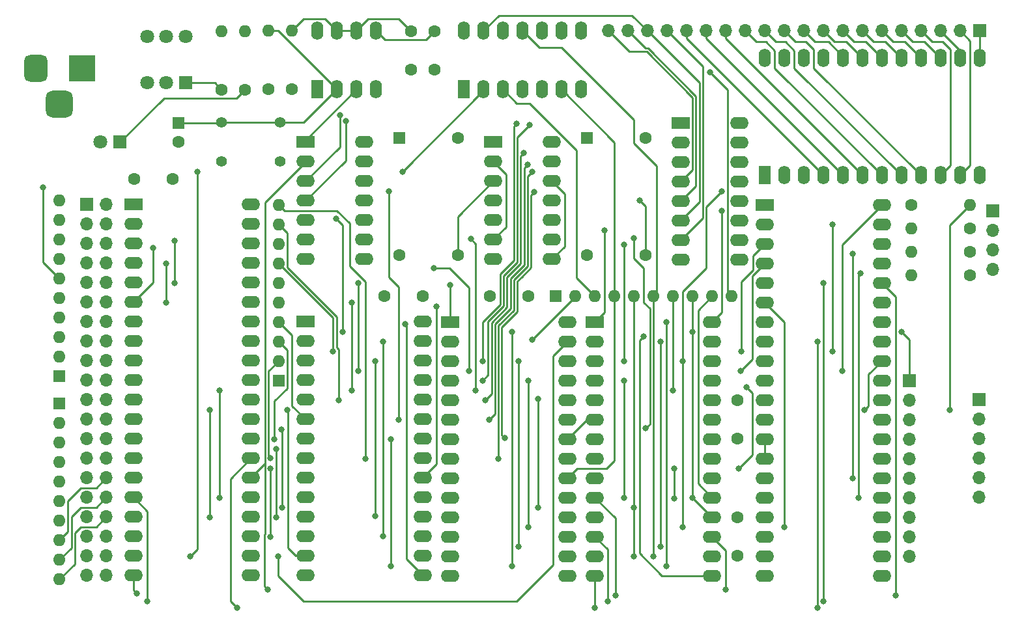
<source format=gbr>
%TF.GenerationSoftware,KiCad,Pcbnew,7.0.8*%
%TF.CreationDate,2023-10-16T15:40:52-04:00*%
%TF.ProjectId,jml-8-mini,6a6d6c2d-382d-46d6-996e-692e6b696361,rev?*%
%TF.SameCoordinates,Original*%
%TF.FileFunction,Copper,L1,Top*%
%TF.FilePolarity,Positive*%
%FSLAX46Y46*%
G04 Gerber Fmt 4.6, Leading zero omitted, Abs format (unit mm)*
G04 Created by KiCad (PCBNEW 7.0.8) date 2023-10-16 15:40:52*
%MOMM*%
%LPD*%
G01*
G04 APERTURE LIST*
G04 Aperture macros list*
%AMRoundRect*
0 Rectangle with rounded corners*
0 $1 Rounding radius*
0 $2 $3 $4 $5 $6 $7 $8 $9 X,Y pos of 4 corners*
0 Add a 4 corners polygon primitive as box body*
4,1,4,$2,$3,$4,$5,$6,$7,$8,$9,$2,$3,0*
0 Add four circle primitives for the rounded corners*
1,1,$1+$1,$2,$3*
1,1,$1+$1,$4,$5*
1,1,$1+$1,$6,$7*
1,1,$1+$1,$8,$9*
0 Add four rect primitives between the rounded corners*
20,1,$1+$1,$2,$3,$4,$5,0*
20,1,$1+$1,$4,$5,$6,$7,0*
20,1,$1+$1,$6,$7,$8,$9,0*
20,1,$1+$1,$8,$9,$2,$3,0*%
G04 Aperture macros list end*
%TA.AperFunction,ComponentPad*%
%ADD10C,1.600000*%
%TD*%
%TA.AperFunction,ComponentPad*%
%ADD11O,1.600000X1.600000*%
%TD*%
%TA.AperFunction,ComponentPad*%
%ADD12R,2.400000X1.600000*%
%TD*%
%TA.AperFunction,ComponentPad*%
%ADD13O,2.400000X1.600000*%
%TD*%
%TA.AperFunction,ComponentPad*%
%ADD14R,1.600000X1.600000*%
%TD*%
%TA.AperFunction,ComponentPad*%
%ADD15R,1.800000X1.800000*%
%TD*%
%TA.AperFunction,ComponentPad*%
%ADD16C,1.800000*%
%TD*%
%TA.AperFunction,ComponentPad*%
%ADD17R,1.600000X2.400000*%
%TD*%
%TA.AperFunction,ComponentPad*%
%ADD18O,1.600000X2.400000*%
%TD*%
%TA.AperFunction,ComponentPad*%
%ADD19R,1.700000X1.700000*%
%TD*%
%TA.AperFunction,ComponentPad*%
%ADD20O,1.700000X1.700000*%
%TD*%
%TA.AperFunction,ComponentPad*%
%ADD21C,1.397000*%
%TD*%
%TA.AperFunction,ComponentPad*%
%ADD22R,3.500000X3.500000*%
%TD*%
%TA.AperFunction,ComponentPad*%
%ADD23RoundRect,0.750000X-0.750000X-1.000000X0.750000X-1.000000X0.750000X1.000000X-0.750000X1.000000X0*%
%TD*%
%TA.AperFunction,ComponentPad*%
%ADD24RoundRect,0.875000X-0.875000X-0.875000X0.875000X-0.875000X0.875000X0.875000X-0.875000X0.875000X0*%
%TD*%
%TA.AperFunction,ViaPad*%
%ADD25C,0.800000*%
%TD*%
%TA.AperFunction,Conductor*%
%ADD26C,0.250000*%
%TD*%
G04 APERTURE END LIST*
D10*
%TO.P,R1,1*%
%TO.N,/Peripherals/UART_Tx*%
X212979000Y-80137000D03*
D11*
%TO.P,R1,2*%
%TO.N,/Peripherals/RxDA*%
X205359000Y-80137000D03*
%TD*%
D12*
%TO.P,U1,1,A11*%
%TO.N,/A11*%
X104262000Y-77059000D03*
D13*
%TO.P,U1,2,A12*%
%TO.N,/A12*%
X104262000Y-79599000D03*
%TO.P,U1,3,A13*%
%TO.N,/A13*%
X104262000Y-82139000D03*
%TO.P,U1,4,A14*%
%TO.N,/A14*%
X104262000Y-84679000D03*
%TO.P,U1,5,A15*%
%TO.N,/A15*%
X104262000Y-87219000D03*
%TO.P,U1,6,~{CLK}*%
%TO.N,/CLK*%
X104262000Y-89759000D03*
%TO.P,U1,7,D4*%
%TO.N,/D4*%
X104262000Y-92299000D03*
%TO.P,U1,8,D3*%
%TO.N,/D3*%
X104262000Y-94839000D03*
%TO.P,U1,9,D5*%
%TO.N,/D5*%
X104262000Y-97379000D03*
%TO.P,U1,10,D6*%
%TO.N,/D6*%
X104262000Y-99919000D03*
%TO.P,U1,11,VCC*%
%TO.N,+5V*%
X104262000Y-102459000D03*
%TO.P,U1,12,D2*%
%TO.N,/D2*%
X104262000Y-104999000D03*
%TO.P,U1,13,D7*%
%TO.N,/D7*%
X104262000Y-107539000D03*
%TO.P,U1,14,D0*%
%TO.N,/D0*%
X104262000Y-110079000D03*
%TO.P,U1,15,D1*%
%TO.N,/D1*%
X104262000Y-112619000D03*
%TO.P,U1,16,~{INT}*%
%TO.N,/~{INT}*%
X104262000Y-115159000D03*
%TO.P,U1,17,~{NMI}*%
%TO.N,/~{NMI}*%
X104262000Y-117699000D03*
%TO.P,U1,18,~{HALT}*%
%TO.N,/~{HALT}*%
X104262000Y-120239000D03*
%TO.P,U1,19,~{MREQ}*%
%TO.N,/~{MREQ}*%
X104262000Y-122779000D03*
%TO.P,U1,20,~{IORQ}*%
%TO.N,/~{IORQ}*%
X104262000Y-125319000D03*
%TO.P,U1,21,~{RD}*%
%TO.N,/~{RD}*%
X119502000Y-125319000D03*
%TO.P,U1,22,~{WR}*%
%TO.N,/~{WR}*%
X119502000Y-122779000D03*
%TO.P,U1,23,~{BUSACK}*%
%TO.N,/~{BUSACK}*%
X119502000Y-120239000D03*
%TO.P,U1,24,~{WAIT}*%
%TO.N,/~{WAIT}*%
X119502000Y-117699000D03*
%TO.P,U1,25,~{BUSRQ}*%
%TO.N,/~{BUSRQ}*%
X119502000Y-115159000D03*
%TO.P,U1,26,~{RESET}*%
%TO.N,/~{RESET}*%
X119502000Y-112619000D03*
%TO.P,U1,27,~{M1}*%
%TO.N,/~{M1}*%
X119502000Y-110079000D03*
%TO.P,U1,28,~{RFSH}*%
%TO.N,/~{RFSH}*%
X119502000Y-107539000D03*
%TO.P,U1,29,GND*%
%TO.N,GND*%
X119502000Y-104999000D03*
%TO.P,U1,30,A0*%
%TO.N,/A0*%
X119502000Y-102459000D03*
%TO.P,U1,31,A1*%
%TO.N,/A1*%
X119502000Y-99919000D03*
%TO.P,U1,32,A2*%
%TO.N,/A2*%
X119502000Y-97379000D03*
%TO.P,U1,33,A3*%
%TO.N,/A3*%
X119502000Y-94839000D03*
%TO.P,U1,34,A4*%
%TO.N,/A4*%
X119502000Y-92299000D03*
%TO.P,U1,35,A5*%
%TO.N,/A5*%
X119502000Y-89759000D03*
%TO.P,U1,36,A6*%
%TO.N,/A6*%
X119502000Y-87219000D03*
%TO.P,U1,37,A7*%
%TO.N,/A7*%
X119502000Y-84679000D03*
%TO.P,U1,38,A8*%
%TO.N,/A8*%
X119502000Y-82139000D03*
%TO.P,U1,39,A9*%
%TO.N,/A9*%
X119502000Y-79599000D03*
%TO.P,U1,40,A10*%
%TO.N,/A10*%
X119502000Y-77059000D03*
%TD*%
D14*
%TO.P,X2,1,EN*%
%TO.N,unconnected-(X2-EN-Pad1)*%
X163190000Y-68423000D03*
D10*
%TO.P,X2,7,GND*%
%TO.N,GND*%
X163190000Y-83663000D03*
%TO.P,X2,8,OUT*%
%TO.N,/Power\u002C Clock and Reset/2.4576MHz*%
X170810000Y-83663000D03*
%TO.P,X2,14,Vcc*%
%TO.N,+5V*%
X170810000Y-68423000D03*
%TD*%
D12*
%TO.P,U8,1,~{EN}*%
%TO.N,GND*%
X175382000Y-66421000D03*
D13*
%TO.P,U8,2,A*%
%TO.N,/A2*%
X175382000Y-68961000D03*
%TO.P,U8,3,B*%
%TO.N,/A3*%
X175382000Y-71501000D03*
%TO.P,U8,4,~{Q0}*%
%TO.N,/Address Decoding/Q0*%
X175382000Y-74041000D03*
%TO.P,U8,5,~{Q1}*%
%TO.N,/Address Decoding/Q1*%
X175382000Y-76581000D03*
%TO.P,U8,6,~{Q2}*%
%TO.N,/Address Decoding/Q2*%
X175382000Y-79121000D03*
%TO.P,U8,7,~{Q3}*%
%TO.N,/Address Decoding/Q3*%
X175382000Y-81661000D03*
%TO.P,U8,8,GND*%
%TO.N,GND*%
X175382000Y-84201000D03*
%TO.P,U8,9,~{Q3}*%
%TO.N,unconnected-(U8B-~{Q3}-Pad9)*%
X183002000Y-84201000D03*
%TO.P,U8,10,~{Q2}*%
%TO.N,unconnected-(U8B-~{Q2}-Pad10)*%
X183002000Y-81661000D03*
%TO.P,U8,11,~{Q1}*%
%TO.N,unconnected-(U8B-~{Q1}-Pad11)*%
X183002000Y-79121000D03*
%TO.P,U8,12,~{Q0}*%
%TO.N,unconnected-(U8B-~{Q0}-Pad12)*%
X183002000Y-76581000D03*
%TO.P,U8,13,B*%
%TO.N,GND*%
X183002000Y-74041000D03*
%TO.P,U8,14,A*%
X183002000Y-71501000D03*
%TO.P,U8,15,~{EN}*%
%TO.N,+5V*%
X183002000Y-68961000D03*
%TO.P,U8,16,VCC*%
X183002000Y-66421000D03*
%TD*%
D15*
%TO.P,D1,1,K*%
%TO.N,/Power\u002C Clock and Reset/LED_TO_R*%
X102489000Y-68931000D03*
D16*
%TO.P,D1,2,A*%
%TO.N,+5V*%
X99949000Y-68931000D03*
%TD*%
D17*
%TO.P,U11,1,GND*%
%TO.N,GND*%
X128148000Y-62073000D03*
D18*
%TO.P,U11,2,TR*%
%TO.N,/Power\u002C Clock and Reset/555Trigger*%
X130688000Y-62073000D03*
%TO.P,U11,3,Q*%
%TO.N,/Power\u002C Clock and Reset/555Out*%
X133228000Y-62073000D03*
%TO.P,U11,4,R*%
%TO.N,+5V*%
X135768000Y-62073000D03*
%TO.P,U11,5,CV*%
%TO.N,/Power\u002C Clock and Reset/555Control*%
X135768000Y-54453000D03*
%TO.P,U11,6,THR*%
%TO.N,/Power\u002C Clock and Reset/555Dis{slash}Thr*%
X133228000Y-54453000D03*
%TO.P,U11,7,DIS*%
X130688000Y-54453000D03*
%TO.P,U11,8,VCC*%
%TO.N,+5V*%
X128148000Y-54453000D03*
%TD*%
D12*
%TO.P,U3,1,A14*%
%TO.N,/A14*%
X145410000Y-92314000D03*
D13*
%TO.P,U3,2,A12*%
%TO.N,/A12*%
X145410000Y-94854000D03*
%TO.P,U3,3,A7*%
%TO.N,/A7*%
X145410000Y-97394000D03*
%TO.P,U3,4,A6*%
%TO.N,/A6*%
X145410000Y-99934000D03*
%TO.P,U3,5,A5*%
%TO.N,/A5*%
X145410000Y-102474000D03*
%TO.P,U3,6,A4*%
%TO.N,/A4*%
X145410000Y-105014000D03*
%TO.P,U3,7,A3*%
%TO.N,/A3*%
X145410000Y-107554000D03*
%TO.P,U3,8,A2*%
%TO.N,/A2*%
X145410000Y-110094000D03*
%TO.P,U3,9,A1*%
%TO.N,/A1*%
X145410000Y-112634000D03*
%TO.P,U3,10,A0*%
%TO.N,/A0*%
X145410000Y-115174000D03*
%TO.P,U3,11,D0*%
%TO.N,/D0*%
X145410000Y-117714000D03*
%TO.P,U3,12,D1*%
%TO.N,/D1*%
X145410000Y-120254000D03*
%TO.P,U3,13,D2*%
%TO.N,/D2*%
X145410000Y-122794000D03*
%TO.P,U3,14,GND*%
%TO.N,GND*%
X145410000Y-125334000D03*
%TO.P,U3,15,D3*%
%TO.N,/D3*%
X160650000Y-125334000D03*
%TO.P,U3,16,D4*%
%TO.N,/D4*%
X160650000Y-122794000D03*
%TO.P,U3,17,D5*%
%TO.N,/D5*%
X160650000Y-120254000D03*
%TO.P,U3,18,D6*%
%TO.N,/D6*%
X160650000Y-117714000D03*
%TO.P,U3,19,D7*%
%TO.N,/D7*%
X160650000Y-115174000D03*
%TO.P,U3,20,~{CE}*%
%TO.N,/~{RAM}*%
X160650000Y-112634000D03*
%TO.P,U3,21,A10*%
%TO.N,/A10*%
X160650000Y-110094000D03*
%TO.P,U3,22,~{OE}*%
%TO.N,/~{RD}*%
X160650000Y-107554000D03*
%TO.P,U3,23,A11*%
%TO.N,/A11*%
X160650000Y-105014000D03*
%TO.P,U3,24,A9*%
%TO.N,/A9*%
X160650000Y-102474000D03*
%TO.P,U3,25,A8*%
%TO.N,/A8*%
X160650000Y-99934000D03*
%TO.P,U3,26,A13*%
%TO.N,/A13*%
X160650000Y-97394000D03*
%TO.P,U3,27,~{WE}*%
%TO.N,/~{WR}*%
X160650000Y-94854000D03*
%TO.P,U3,28,VCC*%
%TO.N,+5V*%
X160650000Y-92314000D03*
%TD*%
D14*
%TO.P,RN3,1,common*%
%TO.N,+5V*%
X123108000Y-99949000D03*
D11*
%TO.P,RN3,2,R1*%
%TO.N,/A2*%
X123108000Y-97409000D03*
%TO.P,RN3,3,R2*%
%TO.N,/A3*%
X123108000Y-94869000D03*
%TO.P,RN3,4,R3*%
%TO.N,/A4*%
X123108000Y-92329000D03*
%TO.P,RN3,5,R4*%
%TO.N,/A5*%
X123108000Y-89789000D03*
%TO.P,RN3,6,R5*%
%TO.N,/A6*%
X123108000Y-87249000D03*
%TO.P,RN3,7,R6*%
%TO.N,/A7*%
X123108000Y-84709000D03*
%TO.P,RN3,8,R7*%
%TO.N,/A8*%
X123108000Y-82169000D03*
%TO.P,RN3,9,R8*%
%TO.N,/A9*%
X123108000Y-79629000D03*
%TO.P,RN3,10,R9*%
%TO.N,/A10*%
X123108000Y-77089000D03*
%TD*%
D10*
%TO.P,C5,1*%
%TO.N,+5V*%
X155530000Y-88997000D03*
%TO.P,C5,2*%
%TO.N,GND*%
X150530000Y-88997000D03*
%TD*%
%TO.P,R4,1*%
%TO.N,+5V*%
X205359000Y-77089000D03*
D11*
%TO.P,R4,2*%
%TO.N,/Peripherals/RxDA*%
X212979000Y-77089000D03*
%TD*%
D10*
%TO.P,C2,1*%
%TO.N,/Power\u002C Clock and Reset/555Dis{slash}Thr*%
X140330000Y-54503000D03*
%TO.P,C2,2*%
%TO.N,GND*%
X140330000Y-59503000D03*
%TD*%
D14*
%TO.P,RN4,1,common*%
%TO.N,+5V*%
X159126000Y-88997000D03*
D11*
%TO.P,RN4,2,R1*%
%TO.N,/~{ROM WE}*%
X161666000Y-88997000D03*
%TO.P,RN4,3,R2*%
%TO.N,/~{ROM}*%
X164206000Y-88997000D03*
%TO.P,RN4,4,R3*%
%TO.N,/~{RAM}*%
X166746000Y-88997000D03*
%TO.P,RN4,5,R4*%
%TO.N,/CTC IEI*%
X169286000Y-88997000D03*
%TO.P,RN4,6,R5*%
%TO.N,/~{CTC}*%
X171826000Y-88997000D03*
%TO.P,RN4,7,R6*%
%TO.N,/~{SIO SYNCA}*%
X174366000Y-88997000D03*
%TO.P,RN4,8,R7*%
%TO.N,/A0*%
X176906000Y-88997000D03*
%TO.P,RN4,9,R8*%
%TO.N,/A1*%
X179446000Y-88997000D03*
%TO.P,RN4,10,R9*%
%TO.N,/~{SIO}*%
X181986000Y-88997000D03*
%TD*%
D17*
%TO.P,U7,1,~{LE}*%
%TO.N,GND*%
X186304000Y-73249000D03*
D18*
%TO.P,U7,2,A0*%
%TO.N,/A4*%
X188844000Y-73249000D03*
%TO.P,U7,3,A1*%
%TO.N,/A5*%
X191384000Y-73249000D03*
%TO.P,U7,4,Y7*%
%TO.N,/Address Decoding/Y7*%
X193924000Y-73249000D03*
%TO.P,U7,5,Y6*%
%TO.N,/Address Decoding/Y6*%
X196464000Y-73249000D03*
%TO.P,U7,6,Y5*%
%TO.N,/Address Decoding/Y5*%
X199004000Y-73249000D03*
%TO.P,U7,7,Y4*%
%TO.N,/Address Decoding/Y4*%
X201544000Y-73249000D03*
%TO.P,U7,8,Y3*%
%TO.N,/Address Decoding/Y3*%
X204084000Y-73249000D03*
%TO.P,U7,9,Y1*%
%TO.N,/Address Decoding/Y1*%
X206624000Y-73249000D03*
%TO.P,U7,10,Y2*%
%TO.N,/Address Decoding/Y2*%
X209164000Y-73249000D03*
%TO.P,U7,11,Y0*%
%TO.N,/Address Decoding/Y0*%
X211704000Y-73249000D03*
%TO.P,U7,12,GND*%
%TO.N,GND*%
X214244000Y-73249000D03*
%TO.P,U7,13,Y13*%
%TO.N,/Address Decoding/Y13*%
X214244000Y-58009000D03*
%TO.P,U7,14,Y12*%
%TO.N,/Address Decoding/Y12*%
X211704000Y-58009000D03*
%TO.P,U7,15,Y15*%
%TO.N,/Address Decoding/Y15*%
X209164000Y-58009000D03*
%TO.P,U7,16,Y14*%
%TO.N,/Address Decoding/Y14*%
X206624000Y-58009000D03*
%TO.P,U7,17,Y9*%
%TO.N,/Address Decoding/Y9*%
X204084000Y-58009000D03*
%TO.P,U7,18,Y8*%
%TO.N,/Address Decoding/Y8*%
X201544000Y-58009000D03*
%TO.P,U7,19,Y11*%
%TO.N,/Address Decoding/Y11*%
X199004000Y-58009000D03*
%TO.P,U7,20,Y10*%
%TO.N,/Address Decoding/Y10*%
X196464000Y-58009000D03*
%TO.P,U7,21,A2*%
%TO.N,/A6*%
X193924000Y-58009000D03*
%TO.P,U7,22,A3*%
%TO.N,/A7*%
X191384000Y-58009000D03*
%TO.P,U7,23,~{E}*%
%TO.N,GND*%
X188844000Y-58009000D03*
%TO.P,U7,24,VCC*%
%TO.N,+5V*%
X186304000Y-58009000D03*
%TD*%
D12*
%TO.P,U5,1,D1*%
%TO.N,/D1*%
X186299000Y-77064000D03*
D13*
%TO.P,U5,2,D3*%
%TO.N,/D3*%
X186299000Y-79604000D03*
%TO.P,U5,3,D5*%
%TO.N,/D5*%
X186299000Y-82144000D03*
%TO.P,U5,4,D7*%
%TO.N,/D7*%
X186299000Y-84684000D03*
%TO.P,U5,5,~{INT}*%
%TO.N,/~{INT}*%
X186299000Y-87224000D03*
%TO.P,U5,6,IEI*%
%TO.N,/Peripherals/SIO_IEI*%
X186299000Y-89764000D03*
%TO.P,U5,7,IE0*%
%TO.N,/Peripherals/SIO_IEO*%
X186299000Y-92304000D03*
%TO.P,U5,8,~{M1}*%
%TO.N,/~{M1}*%
X186299000Y-94844000D03*
%TO.P,U5,9,VCC*%
%TO.N,+5V*%
X186299000Y-97384000D03*
%TO.P,U5,10,~{W}/~{RDYA}*%
%TO.N,unconnected-(U5-~{W}{slash}~{RDYA}-Pad10)*%
X186299000Y-99924000D03*
%TO.P,U5,11,~{SYNCA}*%
%TO.N,/~{SIO SYNCA}*%
X186299000Y-102464000D03*
%TO.P,U5,12,RxDA*%
%TO.N,/Peripherals/RxDA*%
X186299000Y-105004000D03*
%TO.P,U5,13,~{RxCA}*%
%TO.N,/Peripherals/SIO_UART_CLK*%
X186299000Y-107544000D03*
%TO.P,U5,14,~{TxCA}*%
X186299000Y-110084000D03*
%TO.P,U5,15,TxDA*%
%TO.N,/Peripherals/TxDA*%
X186299000Y-112624000D03*
%TO.P,U5,16,~{DTRA}*%
%TO.N,/Peripherals/~{DTRA}*%
X186299000Y-115164000D03*
%TO.P,U5,17,~{RTSA}*%
%TO.N,unconnected-(U5-~{RTSA}-Pad17)*%
X186299000Y-117704000D03*
%TO.P,U5,18,~{CTSA}*%
%TO.N,GND*%
X186299000Y-120244000D03*
%TO.P,U5,19,~{DCDA}*%
X186299000Y-122784000D03*
%TO.P,U5,20,CLK*%
%TO.N,/CLK*%
X186299000Y-125324000D03*
%TO.P,U5,21,~{RESET}*%
%TO.N,/~{RESET}*%
X201539000Y-125324000D03*
%TO.P,U5,22,~{DCDB}*%
%TO.N,/Peripherals/~{DCDB}*%
X201539000Y-122784000D03*
%TO.P,U5,23,~{CTSB}*%
%TO.N,/Peripherals/~{CTSB}*%
X201539000Y-120244000D03*
%TO.P,U5,24,~{RTSB}*%
%TO.N,/Peripherals/~{RTSB}*%
X201539000Y-117704000D03*
%TO.P,U5,25,~{DTRB}*%
%TO.N,/Peripherals/~{DTRB}*%
X201539000Y-115164000D03*
%TO.P,U5,26,TxDB*%
%TO.N,/Peripherals/TxDB*%
X201539000Y-112624000D03*
%TO.P,U5,27,~{RxTxCB}*%
%TO.N,/Peripherals/~{RxTxCB}*%
X201539000Y-110084000D03*
%TO.P,U5,28,RxDB*%
%TO.N,/Peripherals/RxDB*%
X201539000Y-107544000D03*
%TO.P,U5,29,~{SYNCB}*%
%TO.N,/Peripherals/~{SYNCB}*%
X201539000Y-105004000D03*
%TO.P,U5,30,~{W}/~{RDYB}*%
%TO.N,/Peripherals/~{W}{slash}~{RDYB}*%
X201539000Y-102464000D03*
%TO.P,U5,31,GND*%
%TO.N,GND*%
X201539000Y-99924000D03*
%TO.P,U5,32,~{RD}*%
%TO.N,/~{RD}*%
X201539000Y-97384000D03*
%TO.P,U5,33,C/~{D}*%
%TO.N,/A0*%
X201539000Y-94844000D03*
%TO.P,U5,34,B/~{A}*%
%TO.N,/A1*%
X201539000Y-92304000D03*
%TO.P,U5,35,~{CE}*%
%TO.N,/~{SIO}*%
X201539000Y-89764000D03*
%TO.P,U5,36,~{IORQ}*%
%TO.N,/~{IORQ}*%
X201539000Y-87224000D03*
%TO.P,U5,37,D6*%
%TO.N,/D6*%
X201539000Y-84684000D03*
%TO.P,U5,38,D4*%
%TO.N,/D4*%
X201539000Y-82144000D03*
%TO.P,U5,39,D2*%
%TO.N,/D2*%
X201539000Y-79604000D03*
%TO.P,U5,40,D0*%
%TO.N,/D0*%
X201539000Y-77064000D03*
%TD*%
D14*
%TO.P,RN2,1,common*%
%TO.N,+5V*%
X94610000Y-99411000D03*
D11*
%TO.P,RN2,2,R1*%
%TO.N,/D6*%
X94610000Y-96871000D03*
%TO.P,RN2,3,R2*%
%TO.N,/D5*%
X94610000Y-94331000D03*
%TO.P,RN2,4,R3*%
%TO.N,/D3*%
X94610000Y-91791000D03*
%TO.P,RN2,5,R4*%
%TO.N,/D4*%
X94610000Y-89251000D03*
%TO.P,RN2,6,R5*%
%TO.N,/A15*%
X94610000Y-86711000D03*
%TO.P,RN2,7,R6*%
%TO.N,/A14*%
X94610000Y-84171000D03*
%TO.P,RN2,8,R7*%
%TO.N,/A13*%
X94610000Y-81631000D03*
%TO.P,RN2,9,R8*%
%TO.N,/A12*%
X94610000Y-79091000D03*
%TO.P,RN2,10,R9*%
%TO.N,/A11*%
X94610000Y-76551000D03*
%TD*%
D10*
%TO.P,C4,1*%
%TO.N,+5V*%
X141814000Y-88997000D03*
%TO.P,C4,2*%
%TO.N,GND*%
X136814000Y-88997000D03*
%TD*%
D17*
%TO.P,U9,1*%
%TO.N,/A15*%
X147183000Y-62073000D03*
D18*
%TO.P,U9,2*%
%TO.N,/~{MREQ}*%
X149723000Y-62073000D03*
%TO.P,U9,3*%
%TO.N,/~{ROM}*%
X152263000Y-62073000D03*
%TO.P,U9,4*%
%TO.N,/~{MREQ}*%
X154803000Y-62073000D03*
%TO.P,U9,5*%
%TO.N,/Address Decoding/~{A15}*%
X157343000Y-62073000D03*
%TO.P,U9,6*%
%TO.N,/~{RAM}*%
X159883000Y-62073000D03*
%TO.P,U9,7,GND*%
%TO.N,GND*%
X162423000Y-62073000D03*
%TO.P,U9,8*%
%TO.N,/~{SIO}*%
X162423000Y-54453000D03*
%TO.P,U9,9*%
%TO.N,/Address Decoding/Y0*%
X159883000Y-54453000D03*
%TO.P,U9,10*%
%TO.N,/Address Decoding/Q1*%
X157343000Y-54453000D03*
%TO.P,U9,11*%
%TO.N,/~{CTC}*%
X154803000Y-54453000D03*
%TO.P,U9,12*%
%TO.N,/Address Decoding/Y0*%
X152263000Y-54453000D03*
%TO.P,U9,13*%
%TO.N,/Address Decoding/Q2*%
X149723000Y-54453000D03*
%TO.P,U9,14,VCC*%
%TO.N,+5V*%
X147183000Y-54453000D03*
%TD*%
D19*
%TO.P,J2,1,Pin_1*%
%TO.N,/Peripherals/SIO_IEO*%
X205105000Y-99949000D03*
D20*
%TO.P,J2,2,Pin_2*%
%TO.N,/Peripherals/~{W}{slash}~{RDYB}*%
X205105000Y-102489000D03*
%TO.P,J2,3,Pin_3*%
%TO.N,/Peripherals/~{SYNCB}*%
X205105000Y-105029000D03*
%TO.P,J2,4,Pin_4*%
%TO.N,/Peripherals/RxDB*%
X205105000Y-107569000D03*
%TO.P,J2,5,Pin_5*%
%TO.N,/Peripherals/~{RxTxCB}*%
X205105000Y-110109000D03*
%TO.P,J2,6,Pin_6*%
%TO.N,/Peripherals/TxDB*%
X205105000Y-112649000D03*
%TO.P,J2,7,Pin_7*%
%TO.N,/Peripherals/~{DTRB}*%
X205105000Y-115189000D03*
%TO.P,J2,8,Pin_8*%
%TO.N,/Peripherals/~{RTSB}*%
X205105000Y-117729000D03*
%TO.P,J2,9,Pin_9*%
%TO.N,/Peripherals/~{CTSB}*%
X205105000Y-120269000D03*
%TO.P,J2,10,Pin_10*%
%TO.N,/Peripherals/~{DCDB}*%
X205105000Y-122809000D03*
%TD*%
D21*
%TO.P,SW1,1,1*%
%TO.N,GND*%
X123312000Y-71471000D03*
X115692000Y-71471000D03*
%TO.P,SW1,2,2*%
%TO.N,/Power\u002C Clock and Reset/555Trigger*%
X123312000Y-66391000D03*
X115692000Y-66391000D03*
%TD*%
D10*
%TO.P,R2,1*%
%TO.N,/Peripherals/UART_Rx*%
X212979000Y-83185000D03*
D11*
%TO.P,R2,2*%
%TO.N,/Peripherals/TxDA*%
X205359000Y-83185000D03*
%TD*%
D12*
%TO.P,U4,1,D4*%
%TO.N,/D4*%
X164206000Y-92314000D03*
D13*
%TO.P,U4,2,D5*%
%TO.N,/D5*%
X164206000Y-94854000D03*
%TO.P,U4,3,D6*%
%TO.N,/D6*%
X164206000Y-97394000D03*
%TO.P,U4,4,D7*%
%TO.N,/D7*%
X164206000Y-99934000D03*
%TO.P,U4,5,GND*%
%TO.N,GND*%
X164206000Y-102474000D03*
%TO.P,U4,6,~{RD}*%
%TO.N,/~{RD}*%
X164206000Y-105014000D03*
%TO.P,U4,7,ZC/TO0*%
%TO.N,/Peripherals/SIO_UART_CLK*%
X164206000Y-107554000D03*
%TO.P,U4,8,ZC/TO1*%
%TO.N,/Peripherals/ZC{slash}TO1*%
X164206000Y-110094000D03*
%TO.P,U4,9,ZC/TO2*%
%TO.N,/Peripherals/ZC{slash}TO2*%
X164206000Y-112634000D03*
%TO.P,U4,10,~{IORQ}*%
%TO.N,/~{IORQ}*%
X164206000Y-115174000D03*
%TO.P,U4,11,IEO*%
%TO.N,/Peripherals/SIO_IEI*%
X164206000Y-117714000D03*
%TO.P,U4,12,~{INT}*%
%TO.N,/~{INT}*%
X164206000Y-120254000D03*
%TO.P,U4,13,IEI*%
%TO.N,/CTC IEI*%
X164206000Y-122794000D03*
%TO.P,U4,14,~{M1}*%
%TO.N,/~{M1}*%
X164206000Y-125334000D03*
%TO.P,U4,15,CLK*%
%TO.N,/CLK*%
X179446000Y-125334000D03*
%TO.P,U4,16,~{CE}*%
%TO.N,/~{CTC}*%
X179446000Y-122794000D03*
%TO.P,U4,17,~{RESET}*%
%TO.N,/~{RESET}*%
X179446000Y-120254000D03*
%TO.P,U4,18,~{CS0}*%
%TO.N,/A0*%
X179446000Y-117714000D03*
%TO.P,U4,19,CS1*%
%TO.N,/A1*%
X179446000Y-115174000D03*
%TO.P,U4,20,CLK/TRG3*%
%TO.N,/Peripherals/CLK{slash}TRG3*%
X179446000Y-112634000D03*
%TO.P,U4,21,CLK/TRG2*%
%TO.N,/Peripherals/CLK{slash}TRG2*%
X179446000Y-110094000D03*
%TO.P,U4,22,CLK/TRG1*%
%TO.N,/Peripherals/CLK{slash}TRG1*%
X179446000Y-107554000D03*
%TO.P,U4,23,CLK/TRG0*%
%TO.N,/Peripherals/UART CLK*%
X179446000Y-105014000D03*
%TO.P,U4,24,VCC*%
%TO.N,+5V*%
X179446000Y-102474000D03*
%TO.P,U4,25,D0*%
%TO.N,/D0*%
X179446000Y-99934000D03*
%TO.P,U4,26,D1*%
%TO.N,/D1*%
X179446000Y-97394000D03*
%TO.P,U4,27,D2*%
%TO.N,/D2*%
X179446000Y-94854000D03*
%TO.P,U4,28,D3*%
%TO.N,/D3*%
X179446000Y-92314000D03*
%TD*%
D19*
%TO.P,J6,1,Pin_1*%
%TO.N,/A11*%
X98166000Y-77059000D03*
D20*
%TO.P,J6,2,Pin_2*%
%TO.N,/A10*%
X100706000Y-77059000D03*
%TO.P,J6,3,Pin_3*%
%TO.N,/A12*%
X98166000Y-79599000D03*
%TO.P,J6,4,Pin_4*%
%TO.N,/A9*%
X100706000Y-79599000D03*
%TO.P,J6,5,Pin_5*%
%TO.N,/A13*%
X98166000Y-82139000D03*
%TO.P,J6,6,Pin_6*%
%TO.N,/A8*%
X100706000Y-82139000D03*
%TO.P,J6,7,Pin_7*%
%TO.N,/A14*%
X98166000Y-84679000D03*
%TO.P,J6,8,Pin_8*%
%TO.N,/A7*%
X100706000Y-84679000D03*
%TO.P,J6,9,Pin_9*%
%TO.N,/A15*%
X98166000Y-87219000D03*
%TO.P,J6,10,Pin_10*%
%TO.N,/A6*%
X100706000Y-87219000D03*
%TO.P,J6,11,Pin_11*%
%TO.N,/CLK*%
X98166000Y-89759000D03*
%TO.P,J6,12,Pin_12*%
%TO.N,/A5*%
X100706000Y-89759000D03*
%TO.P,J6,13,Pin_13*%
%TO.N,/D4*%
X98166000Y-92299000D03*
%TO.P,J6,14,Pin_14*%
%TO.N,/A4*%
X100706000Y-92299000D03*
%TO.P,J6,15,Pin_15*%
%TO.N,/D3*%
X98166000Y-94839000D03*
%TO.P,J6,16,Pin_16*%
%TO.N,/A3*%
X100706000Y-94839000D03*
%TO.P,J6,17,Pin_17*%
%TO.N,/D5*%
X98166000Y-97379000D03*
%TO.P,J6,18,Pin_18*%
%TO.N,/A2*%
X100706000Y-97379000D03*
%TO.P,J6,19,Pin_19*%
%TO.N,/D6*%
X98166000Y-99919000D03*
%TO.P,J6,20,Pin_20*%
%TO.N,/A1*%
X100706000Y-99919000D03*
%TO.P,J6,21,Pin_21*%
%TO.N,+5V*%
X98166000Y-102459000D03*
%TO.P,J6,22,Pin_22*%
%TO.N,/A0*%
X100706000Y-102459000D03*
%TO.P,J6,23,Pin_23*%
%TO.N,/D2*%
X98166000Y-104999000D03*
%TO.P,J6,24,Pin_24*%
%TO.N,GND*%
X100706000Y-104999000D03*
%TO.P,J6,25,Pin_25*%
%TO.N,/D7*%
X98166000Y-107539000D03*
%TO.P,J6,26,Pin_26*%
%TO.N,/~{RFSH}*%
X100706000Y-107539000D03*
%TO.P,J6,27,Pin_27*%
%TO.N,/D0*%
X98166000Y-110079000D03*
%TO.P,J6,28,Pin_28*%
%TO.N,/~{M1}*%
X100706000Y-110079000D03*
%TO.P,J6,29,Pin_29*%
%TO.N,/D1*%
X98166000Y-112619000D03*
%TO.P,J6,30,Pin_30*%
%TO.N,/~{RESET}*%
X100706000Y-112619000D03*
%TO.P,J6,31,Pin_31*%
%TO.N,/~{INT}*%
X98166000Y-115159000D03*
%TO.P,J6,32,Pin_32*%
%TO.N,/~{BUSRQ}*%
X100706000Y-115159000D03*
%TO.P,J6,33,Pin_33*%
%TO.N,/~{NMI}*%
X98166000Y-117699000D03*
%TO.P,J6,34,Pin_34*%
%TO.N,/~{WAIT}*%
X100706000Y-117699000D03*
%TO.P,J6,35,Pin_35*%
%TO.N,/~{HALT}*%
X98166000Y-120239000D03*
%TO.P,J6,36,Pin_36*%
%TO.N,/~{BUSACK}*%
X100706000Y-120239000D03*
%TO.P,J6,37,Pin_37*%
%TO.N,/~{MREQ}*%
X98166000Y-122779000D03*
%TO.P,J6,38,Pin_38*%
%TO.N,/~{WR}*%
X100706000Y-122779000D03*
%TO.P,J6,39,Pin_39*%
%TO.N,/~{IORQ}*%
X98166000Y-125319000D03*
%TO.P,J6,40,Pin_40*%
%TO.N,/~{RD}*%
X100706000Y-125319000D03*
%TD*%
D22*
%TO.P,J1,1*%
%TO.N,/Power\u002C Clock and Reset/PWR_IN*%
X97567000Y-59309000D03*
D23*
%TO.P,J1,2*%
%TO.N,GND*%
X91567000Y-59309000D03*
D24*
%TO.P,J1,3,MountPin*%
X94567000Y-64009000D03*
%TD*%
D15*
%TO.P,SW2,1,A*%
%TO.N,/Power\u002C Clock and Reset/SW_TO_R*%
X110998000Y-61214000D03*
D16*
%TO.P,SW2,2,B*%
%TO.N,+5V*%
X108498000Y-61214000D03*
%TO.P,SW2,3,C*%
%TO.N,/Power\u002C Clock and Reset/PWR_IN*%
X105998000Y-61214000D03*
%TO.P,SW2,4,A*%
%TO.N,unconnected-(SW2-A-Pad4)*%
X110998000Y-55214000D03*
%TO.P,SW2,5,B*%
%TO.N,unconnected-(SW2-B-Pad5)*%
X108498000Y-55214000D03*
%TO.P,SW2,6,C*%
%TO.N,unconnected-(SW2-C-Pad6)*%
X105998000Y-55214000D03*
%TD*%
D10*
%TO.P,R8,1*%
%TO.N,/Power\u002C Clock and Reset/SW_TO_R*%
X115697000Y-62083000D03*
D11*
%TO.P,R8,2*%
%TO.N,GND*%
X115697000Y-54463000D03*
%TD*%
D10*
%TO.P,C8,1*%
%TO.N,+5V*%
X109302000Y-73757000D03*
%TO.P,C8,2*%
%TO.N,GND*%
X104302000Y-73757000D03*
%TD*%
%TO.P,R6,1*%
%TO.N,+5V*%
X121788000Y-62073000D03*
D11*
%TO.P,R6,2*%
%TO.N,/Power\u002C Clock and Reset/555Trigger*%
X121788000Y-54453000D03*
%TD*%
D19*
%TO.P,J5,1,Pin_1*%
%TO.N,/Address Decoding/Y13*%
X214244000Y-54453000D03*
D20*
%TO.P,J5,2,Pin_2*%
%TO.N,/Address Decoding/Y0*%
X211704000Y-54453000D03*
%TO.P,J5,3,Pin_3*%
%TO.N,/Address Decoding/Y12*%
X209164000Y-54453000D03*
%TO.P,J5,4,Pin_4*%
%TO.N,/Address Decoding/Y2*%
X206624000Y-54453000D03*
%TO.P,J5,5,Pin_5*%
%TO.N,/Address Decoding/Y15*%
X204084000Y-54453000D03*
%TO.P,J5,6,Pin_6*%
%TO.N,/Address Decoding/Y14*%
X201544000Y-54453000D03*
%TO.P,J5,7,Pin_7*%
%TO.N,/Address Decoding/Y9*%
X199004000Y-54453000D03*
%TO.P,J5,8,Pin_8*%
%TO.N,/Address Decoding/Y8*%
X196464000Y-54453000D03*
%TO.P,J5,9,Pin_9*%
%TO.N,/Address Decoding/Y11*%
X193924000Y-54453000D03*
%TO.P,J5,10,Pin_10*%
%TO.N,/Address Decoding/Y10*%
X191384000Y-54453000D03*
%TO.P,J5,11,Pin_11*%
%TO.N,/Address Decoding/Y1*%
X188844000Y-54453000D03*
%TO.P,J5,12,Pin_12*%
%TO.N,/Address Decoding/Y3*%
X186304000Y-54453000D03*
%TO.P,J5,13,Pin_13*%
%TO.N,/Address Decoding/Y4*%
X183764000Y-54453000D03*
%TO.P,J5,14,Pin_14*%
%TO.N,/Address Decoding/Y5*%
X181224000Y-54453000D03*
%TO.P,J5,15,Pin_15*%
%TO.N,/Address Decoding/Y6*%
X178684000Y-54453000D03*
%TO.P,J5,16,Pin_16*%
%TO.N,/Address Decoding/Y7*%
X176144000Y-54453000D03*
%TO.P,J5,17,Pin_17*%
%TO.N,/Address Decoding/Q3*%
X173604000Y-54453000D03*
%TO.P,J5,18,Pin_18*%
%TO.N,/Address Decoding/Q2*%
X171064000Y-54453000D03*
%TO.P,J5,19,Pin_19*%
%TO.N,/Address Decoding/Q1*%
X168524000Y-54453000D03*
%TO.P,J5,20,Pin_20*%
%TO.N,/Address Decoding/Q0*%
X165984000Y-54453000D03*
%TD*%
D10*
%TO.P,R5,1*%
%TO.N,+5V*%
X124836000Y-62073000D03*
D11*
%TO.P,R5,2*%
%TO.N,/Power\u002C Clock and Reset/555Dis{slash}Thr*%
X124836000Y-54453000D03*
%TD*%
D10*
%TO.P,R7,1*%
%TO.N,/Power\u002C Clock and Reset/LED_TO_R*%
X118740000Y-62083000D03*
D11*
%TO.P,R7,2*%
%TO.N,GND*%
X118740000Y-54463000D03*
%TD*%
D14*
%TO.P,C3,1*%
%TO.N,/Power\u002C Clock and Reset/555Trigger*%
X110109000Y-66421000D03*
D10*
%TO.P,C3,2*%
%TO.N,GND*%
X110109000Y-68921000D03*
%TD*%
D14*
%TO.P,RN1,1,common*%
%TO.N,+5V*%
X94610000Y-102967000D03*
D11*
%TO.P,RN1,2,R1*%
%TO.N,/D2*%
X94610000Y-105507000D03*
%TO.P,RN1,3,R2*%
%TO.N,/D7*%
X94610000Y-108047000D03*
%TO.P,RN1,4,R3*%
%TO.N,/D0*%
X94610000Y-110587000D03*
%TO.P,RN1,5,R4*%
%TO.N,/D1*%
X94610000Y-113127000D03*
%TO.P,RN1,6,R5*%
%TO.N,/~{INT}*%
X94610000Y-115667000D03*
%TO.P,RN1,7,R6*%
%TO.N,/~{NMI}*%
X94610000Y-118207000D03*
%TO.P,RN1,8,R7*%
%TO.N,/~{RESET}*%
X94610000Y-120747000D03*
%TO.P,RN1,9,R8*%
%TO.N,/~{BUSRQ}*%
X94610000Y-123287000D03*
%TO.P,RN1,10,R9*%
%TO.N,/~{WAIT}*%
X94610000Y-125827000D03*
%TD*%
D10*
%TO.P,C1,1*%
%TO.N,GND*%
X143378000Y-59503000D03*
%TO.P,C1,2*%
%TO.N,/Power\u002C Clock and Reset/555Control*%
X143378000Y-54503000D03*
%TD*%
%TO.P,C6,1*%
%TO.N,+5V*%
X182753000Y-122769000D03*
%TO.P,C6,2*%
%TO.N,GND*%
X182753000Y-117769000D03*
%TD*%
D12*
%TO.P,U2,1,NC*%
%TO.N,unconnected-(U2-NC-Pad1)*%
X126609000Y-92299000D03*
D13*
%TO.P,U2,2,A12*%
%TO.N,/A12*%
X126609000Y-94839000D03*
%TO.P,U2,3,A7*%
%TO.N,/A7*%
X126609000Y-97379000D03*
%TO.P,U2,4,A6*%
%TO.N,/A6*%
X126609000Y-99919000D03*
%TO.P,U2,5,A5*%
%TO.N,/A5*%
X126609000Y-102459000D03*
%TO.P,U2,6,A4*%
%TO.N,/A4*%
X126609000Y-104999000D03*
%TO.P,U2,7,A3*%
%TO.N,/A3*%
X126609000Y-107539000D03*
%TO.P,U2,8,A2*%
%TO.N,/A2*%
X126609000Y-110079000D03*
%TO.P,U2,9,A1*%
%TO.N,/A1*%
X126609000Y-112619000D03*
%TO.P,U2,10,A0*%
%TO.N,/A0*%
X126609000Y-115159000D03*
%TO.P,U2,11,D0*%
%TO.N,/D0*%
X126609000Y-117699000D03*
%TO.P,U2,12,D1*%
%TO.N,/D1*%
X126609000Y-120239000D03*
%TO.P,U2,13,D2*%
%TO.N,/D2*%
X126609000Y-122779000D03*
%TO.P,U2,14,GND*%
%TO.N,GND*%
X126609000Y-125319000D03*
%TO.P,U2,15,D3*%
%TO.N,/D3*%
X141849000Y-125319000D03*
%TO.P,U2,16,D4*%
%TO.N,/D4*%
X141849000Y-122779000D03*
%TO.P,U2,17,D5*%
%TO.N,/D5*%
X141849000Y-120239000D03*
%TO.P,U2,18,D6*%
%TO.N,/D6*%
X141849000Y-117699000D03*
%TO.P,U2,19,D7*%
%TO.N,/D7*%
X141849000Y-115159000D03*
%TO.P,U2,20,~{CE}*%
%TO.N,/~{ROM}*%
X141849000Y-112619000D03*
%TO.P,U2,21,A10*%
%TO.N,/A10*%
X141849000Y-110079000D03*
%TO.P,U2,22,~{OE}*%
%TO.N,/~{RD}*%
X141849000Y-107539000D03*
%TO.P,U2,23,A11*%
%TO.N,/A11*%
X141849000Y-104999000D03*
%TO.P,U2,24,A9*%
%TO.N,/A9*%
X141849000Y-102459000D03*
%TO.P,U2,25,A8*%
%TO.N,/A8*%
X141849000Y-99919000D03*
%TO.P,U2,26,NC*%
%TO.N,unconnected-(U2-NC-Pad26)*%
X141849000Y-97379000D03*
%TO.P,U2,27,~{WE}*%
%TO.N,/~{ROM WE}*%
X141849000Y-94839000D03*
%TO.P,U2,28,VCC*%
%TO.N,+5V*%
X141849000Y-92299000D03*
%TD*%
D19*
%TO.P,J4,1,Pin_1*%
%TO.N,/Peripherals/ZC{slash}TO1*%
X214117000Y-102459000D03*
D20*
%TO.P,J4,2,Pin_2*%
%TO.N,/Peripherals/CLK{slash}TRG1*%
X214117000Y-104999000D03*
%TO.P,J4,3,Pin_3*%
%TO.N,/Peripherals/CLK{slash}TRG2*%
X214117000Y-107539000D03*
%TO.P,J4,4,Pin_4*%
%TO.N,/Peripherals/CLK{slash}TRG3*%
X214117000Y-110079000D03*
%TO.P,J4,5,Pin_5*%
%TO.N,/Peripherals/ZC{slash}TO2*%
X214117000Y-112619000D03*
%TO.P,J4,6,Pin_6*%
%TO.N,/CTC IEI*%
X214117000Y-115159000D03*
%TD*%
D10*
%TO.P,R3,1*%
%TO.N,/Peripherals/UART_CTS*%
X212979000Y-86233000D03*
D11*
%TO.P,R3,2*%
%TO.N,/Peripherals/~{DTRA}*%
X205359000Y-86233000D03*
%TD*%
D19*
%TO.P,J3,1,Pin_1*%
%TO.N,GND*%
X215970000Y-77851000D03*
D20*
%TO.P,J3,2,Pin_2*%
%TO.N,/Peripherals/UART_Tx*%
X215970000Y-80391000D03*
%TO.P,J3,3,Pin_3*%
%TO.N,/Peripherals/UART_Rx*%
X215970000Y-82931000D03*
%TO.P,J3,4,Pin_4*%
%TO.N,/Peripherals/UART_CTS*%
X215970000Y-85471000D03*
%TD*%
D10*
%TO.P,C7,1*%
%TO.N,+5V*%
X182748000Y-102539000D03*
%TO.P,C7,2*%
%TO.N,GND*%
X182748000Y-107539000D03*
%TD*%
D12*
%TO.P,U6,1*%
%TO.N,/Power\u002C Clock and Reset/555Out*%
X126614000Y-68931000D03*
D13*
%TO.P,U6,2*%
%TO.N,/~{RESET}*%
X126614000Y-71471000D03*
%TO.P,U6,3*%
%TO.N,/A15*%
X126614000Y-74011000D03*
%TO.P,U6,4*%
%TO.N,/Address Decoding/~{A15}*%
X126614000Y-76551000D03*
%TO.P,U6,5*%
%TO.N,GND*%
X126614000Y-79091000D03*
%TO.P,U6,6*%
%TO.N,unconnected-(U6-Pad6)*%
X126614000Y-81631000D03*
%TO.P,U6,7,GND*%
%TO.N,GND*%
X126614000Y-84171000D03*
%TO.P,U6,8*%
%TO.N,unconnected-(U6-Pad8)*%
X134234000Y-84171000D03*
%TO.P,U6,9*%
%TO.N,GND*%
X134234000Y-81631000D03*
%TO.P,U6,10*%
%TO.N,unconnected-(U6-Pad10)*%
X134234000Y-79091000D03*
%TO.P,U6,11*%
%TO.N,GND*%
X134234000Y-76551000D03*
%TO.P,U6,12*%
%TO.N,unconnected-(U6-Pad12)*%
X134234000Y-74011000D03*
%TO.P,U6,13*%
%TO.N,GND*%
X134234000Y-71471000D03*
%TO.P,U6,14,VCC*%
%TO.N,+5V*%
X134234000Y-68931000D03*
%TD*%
D14*
%TO.P,X1,1,EN*%
%TO.N,unconnected-(X1-EN-Pad1)*%
X138806000Y-68423000D03*
D10*
%TO.P,X1,7,GND*%
%TO.N,GND*%
X138806000Y-83663000D03*
%TO.P,X1,8,OUT*%
%TO.N,/Power\u002C Clock and Reset/8MHz*%
X146426000Y-83663000D03*
%TO.P,X1,14,Vcc*%
%TO.N,+5V*%
X146426000Y-68423000D03*
%TD*%
D12*
%TO.P,U10,1,~{R}*%
%TO.N,+5V*%
X151008000Y-68926000D03*
D13*
%TO.P,U10,2,D*%
%TO.N,/Power\u002C Clock and Reset/DFFA_DataIn*%
X151008000Y-71466000D03*
%TO.P,U10,3,C*%
%TO.N,/Power\u002C Clock and Reset/8MHz*%
X151008000Y-74006000D03*
%TO.P,U10,4,~{S}*%
%TO.N,+5V*%
X151008000Y-76546000D03*
%TO.P,U10,5,Q*%
%TO.N,/CLK*%
X151008000Y-79086000D03*
%TO.P,U10,6,~{Q}*%
%TO.N,/Power\u002C Clock and Reset/DFFA_DataIn*%
X151008000Y-81626000D03*
%TO.P,U10,7,GND*%
%TO.N,GND*%
X151008000Y-84166000D03*
%TO.P,U10,8,~{Q}*%
%TO.N,/Power\u002C Clock and Reset/DFFB_DataIn*%
X158628000Y-84166000D03*
%TO.P,U10,9,Q*%
%TO.N,/Peripherals/UART CLK*%
X158628000Y-81626000D03*
%TO.P,U10,10,~{S}*%
%TO.N,+5V*%
X158628000Y-79086000D03*
%TO.P,U10,11,C*%
%TO.N,/Power\u002C Clock and Reset/2.4576MHz*%
X158628000Y-76546000D03*
%TO.P,U10,12,D*%
%TO.N,/Power\u002C Clock and Reset/DFFB_DataIn*%
X158628000Y-74006000D03*
%TO.P,U10,13,~{R}*%
%TO.N,+5V*%
X158628000Y-71466000D03*
%TO.P,U10,14,VCC*%
X158628000Y-68926000D03*
%TD*%
D25*
%TO.N,/Peripherals/SIO_IEO*%
X204089000Y-93599000D03*
%TO.N,/Peripherals/ZC{slash}TO1*%
X182880000Y-111379000D03*
X183896000Y-100838000D03*
%TO.N,/CTC IEI*%
X169291000Y-122809000D03*
X169286000Y-116459000D03*
%TO.N,/A11*%
X138684000Y-105029000D03*
X137414000Y-75311000D03*
%TO.N,/A10*%
X134366000Y-110109000D03*
%TO.N,/A12*%
X130556000Y-78867000D03*
X131445000Y-93599000D03*
%TO.N,/A9*%
X130937000Y-102489000D03*
%TO.N,/A13*%
X109601000Y-81788000D03*
X147828000Y-98679000D03*
X109601000Y-87249000D03*
X143256000Y-85344000D03*
%TO.N,/A8*%
X148717000Y-101219000D03*
X148082000Y-81534000D03*
%TO.N,/A14*%
X108458000Y-84709000D03*
X108458000Y-89789000D03*
X145415000Y-87503000D03*
%TO.N,/A7*%
X154051000Y-66548000D03*
X149606000Y-97409000D03*
X130175000Y-96169000D03*
%TO.N,/A15*%
X92456000Y-74803000D03*
X131064000Y-65405000D03*
%TO.N,/A6*%
X149606000Y-99949000D03*
X133477000Y-87249000D03*
X155702000Y-66675000D03*
X133477000Y-98709000D03*
%TO.N,/CLK*%
X106807000Y-82677000D03*
X170561000Y-94234000D03*
%TO.N,/A5*%
X132640500Y-101249000D03*
X155003500Y-70294500D03*
X132588000Y-89789000D03*
X149987000Y-102489000D03*
%TO.N,/D4*%
X165481000Y-80391000D03*
X153416000Y-124079000D03*
X153416000Y-93599000D03*
%TO.N,/A4*%
X150495000Y-105029000D03*
X155511500Y-71818500D03*
%TO.N,/D3*%
X180721000Y-77851000D03*
X173482000Y-92329000D03*
X139573000Y-92583000D03*
X173482000Y-124079000D03*
%TO.N,/A3*%
X152527000Y-107442000D03*
X122555000Y-107569000D03*
X156337000Y-75438000D03*
%TO.N,/D5*%
X136652000Y-120239000D03*
X136652000Y-94869000D03*
X183261000Y-96139000D03*
X154305000Y-97409000D03*
X154305000Y-121539000D03*
%TO.N,/A2*%
X151638000Y-110109000D03*
X122047500Y-110079000D03*
X156083000Y-72771000D03*
%TO.N,/D6*%
X135636000Y-97409000D03*
X155575000Y-99949000D03*
X135636000Y-117602000D03*
X168021000Y-82296000D03*
X168021000Y-97409000D03*
X155575000Y-118999000D03*
%TO.N,/A1*%
X174498000Y-111379000D03*
X115443000Y-101219000D03*
X174498000Y-115316000D03*
X115443000Y-115189000D03*
%TO.N,/A0*%
X176911000Y-115179000D03*
X114173000Y-117729000D03*
X114173000Y-103759000D03*
X176911000Y-93599000D03*
%TO.N,/D2*%
X172757500Y-121539000D03*
X195072000Y-96139000D03*
X124206000Y-103759000D03*
X172720000Y-94869000D03*
X195072000Y-79629000D03*
%TO.N,/D7*%
X123571000Y-116459000D03*
X123444000Y-106299000D03*
X156845000Y-102362000D03*
X156845000Y-116459000D03*
X183134000Y-98679000D03*
%TO.N,/D0*%
X122809000Y-108839000D03*
X196342000Y-98679000D03*
X168021000Y-115189000D03*
X122771500Y-117729000D03*
X168021000Y-99949000D03*
%TO.N,/~{M1}*%
X193167000Y-129540000D03*
X117729000Y-129540000D03*
X164211000Y-129540000D03*
X193167000Y-94869000D03*
%TO.N,/D1*%
X175641000Y-97409000D03*
X122047000Y-111379000D03*
X175641000Y-118999000D03*
X180721000Y-75311000D03*
X122009500Y-120269000D03*
%TO.N,/~{RESET}*%
X181229000Y-127127000D03*
X121666000Y-127127000D03*
%TO.N,/~{INT}*%
X193929000Y-128651000D03*
X193929000Y-87249000D03*
X165862000Y-128651000D03*
X106045000Y-128651000D03*
%TO.N,/~{MREQ}*%
X139192000Y-72771000D03*
X112522000Y-72771000D03*
X111633000Y-122809000D03*
%TO.N,/~{WR}*%
X123063000Y-122809000D03*
%TO.N,/~{IORQ}*%
X166878000Y-127889000D03*
X104648000Y-127635000D03*
X203327000Y-127889000D03*
%TO.N,/~{RD}*%
X137668000Y-107569000D03*
X199263000Y-103759000D03*
X137668000Y-124079000D03*
%TO.N,/Peripherals/RxDA*%
X210312000Y-103759000D03*
%TO.N,/Peripherals/TxDA*%
X197739000Y-112624000D03*
X197739000Y-83439000D03*
%TO.N,/Peripherals/~{DTRA}*%
X198501000Y-115189000D03*
X198755000Y-85979000D03*
%TO.N,/~{SIO SYNCA}*%
X174371000Y-101219000D03*
%TO.N,/~{ROM WE}*%
X156083000Y-94615000D03*
%TO.N,/~{ROM}*%
X143637000Y-90297000D03*
%TO.N,/~{CTC}*%
X171831000Y-122809000D03*
%TO.N,/~{SIO}*%
X179197000Y-59817000D03*
%TO.N,/Peripherals/SIO_IEI*%
X188849000Y-118999000D03*
%TO.N,/Peripherals/UART CLK*%
X169291000Y-81407000D03*
X170815000Y-106172000D03*
%TO.N,/Address Decoding/~{A15}*%
X131826000Y-66167000D03*
%TO.N,/Power\u002C Clock and Reset/2.4576MHz*%
X170053000Y-76546000D03*
%TD*%
D26*
%TO.N,/Power\u002C Clock and Reset/555Control*%
X135768000Y-54453000D02*
X136943000Y-55628000D01*
X142253000Y-55628000D02*
X143378000Y-54503000D01*
X136943000Y-55628000D02*
X142253000Y-55628000D01*
%TO.N,/Power\u002C Clock and Reset/555Dis{slash}Thr*%
X134753000Y-52928000D02*
X138755000Y-52928000D01*
X133228000Y-54453000D02*
X134753000Y-52928000D01*
X130688000Y-54453000D02*
X133228000Y-54453000D01*
X138755000Y-52928000D02*
X140330000Y-54503000D01*
X124836000Y-54453000D02*
X126361000Y-52928000D01*
X129163000Y-52928000D02*
X130688000Y-54453000D01*
X126361000Y-52928000D02*
X129163000Y-52928000D01*
%TO.N,/Power\u002C Clock and Reset/555Trigger*%
X123068000Y-54453000D02*
X130688000Y-62073000D01*
X126370000Y-66391000D02*
X130688000Y-62073000D01*
X123312000Y-66391000D02*
X126370000Y-66391000D01*
X121788000Y-54453000D02*
X123068000Y-54453000D01*
X110109000Y-66421000D02*
X115662000Y-66421000D01*
X115692000Y-66391000D02*
X123312000Y-66391000D01*
X115662000Y-66421000D02*
X115692000Y-66391000D01*
X115627112Y-66455888D02*
X115692000Y-66391000D01*
%TO.N,/Power\u002C Clock and Reset/LED_TO_R*%
X117615000Y-63208000D02*
X118740000Y-62083000D01*
X108212000Y-63208000D02*
X117615000Y-63208000D01*
X102489000Y-68931000D02*
X108212000Y-63208000D01*
%TO.N,/Peripherals/SIO_IEO*%
X204089000Y-93599000D02*
X205105000Y-94615000D01*
X205105000Y-94615000D02*
X205105000Y-99949000D01*
%TO.N,/Peripherals/UART_Tx*%
X213233000Y-80391000D02*
X212979000Y-80137000D01*
%TO.N,/Peripherals/UART_Rx*%
X215716000Y-83185000D02*
X215970000Y-82931000D01*
%TO.N,/Peripherals/ZC{slash}TO1*%
X184658000Y-109601000D02*
X184658000Y-104648000D01*
X182880000Y-111379000D02*
X184658000Y-109601000D01*
X184658000Y-101600000D02*
X183896000Y-100838000D01*
X184658000Y-104648000D02*
X184658000Y-101600000D01*
%TO.N,/CTC IEI*%
X169286000Y-88997000D02*
X169286000Y-116459000D01*
X169286000Y-122804000D02*
X169291000Y-122809000D01*
X169286000Y-116459000D02*
X169286000Y-122804000D01*
%TO.N,/Address Decoding/Y0*%
X212979000Y-55728000D02*
X211704000Y-54453000D01*
X212979000Y-71974000D02*
X212979000Y-55728000D01*
X211704000Y-73249000D02*
X212979000Y-71974000D01*
%TO.N,/Address Decoding/Y1*%
X191643000Y-55880000D02*
X192659000Y-56896000D01*
X192659000Y-56896000D02*
X192659000Y-59284000D01*
X188844000Y-54453000D02*
X190271000Y-55880000D01*
X192659000Y-59284000D02*
X206624000Y-73249000D01*
X190271000Y-55880000D02*
X191643000Y-55880000D01*
%TO.N,/Address Decoding/Y2*%
X209423000Y-55880000D02*
X210439000Y-56896000D01*
X206624000Y-54453000D02*
X208051000Y-55880000D01*
X208051000Y-55880000D02*
X209423000Y-55880000D01*
X210439000Y-71974000D02*
X209164000Y-73249000D01*
X210439000Y-56896000D02*
X210439000Y-71974000D01*
%TO.N,/Address Decoding/Y3*%
X190119000Y-59284000D02*
X204084000Y-73249000D01*
X188978656Y-55880000D02*
X190119000Y-57020344D01*
X190119000Y-57020344D02*
X190119000Y-59284000D01*
X187731000Y-55880000D02*
X188978656Y-55880000D01*
X186304000Y-54453000D02*
X187731000Y-55880000D01*
%TO.N,/Address Decoding/Y4*%
X186436000Y-55880000D02*
X187579000Y-57023000D01*
X185191000Y-55880000D02*
X186436000Y-55880000D01*
X187579000Y-57023000D02*
X187579000Y-59284000D01*
X187579000Y-59284000D02*
X201544000Y-73249000D01*
X183764000Y-54453000D02*
X185191000Y-55880000D01*
%TO.N,/Address Decoding/Y5*%
X181224000Y-54453000D02*
X181224000Y-55469000D01*
X181224000Y-55469000D02*
X199004000Y-73249000D01*
%TO.N,/Address Decoding/Y6*%
X196464000Y-73249000D02*
X178684000Y-55469000D01*
X178684000Y-55469000D02*
X178684000Y-54453000D01*
%TO.N,/Address Decoding/Y7*%
X193924000Y-73249000D02*
X176144000Y-55469000D01*
X176144000Y-55469000D02*
X176144000Y-54453000D01*
%TO.N,/Address Decoding/Y8*%
X201544000Y-58009000D02*
X199415000Y-55880000D01*
X199415000Y-55880000D02*
X197891000Y-55880000D01*
X197891000Y-55880000D02*
X196464000Y-54453000D01*
%TO.N,/Address Decoding/Y9*%
X200431000Y-55880000D02*
X199004000Y-54453000D01*
X204084000Y-58009000D02*
X201955000Y-55880000D01*
X201955000Y-55880000D02*
X200431000Y-55880000D01*
%TO.N,/Address Decoding/Y10*%
X196464000Y-57780000D02*
X194564000Y-55880000D01*
X194564000Y-55880000D02*
X192811000Y-55880000D01*
X196464000Y-58009000D02*
X196464000Y-57780000D01*
X192811000Y-55880000D02*
X191384000Y-54453000D01*
%TO.N,/Address Decoding/Y11*%
X195351000Y-55880000D02*
X193924000Y-54453000D01*
X196875000Y-55880000D02*
X195351000Y-55880000D01*
X199004000Y-58009000D02*
X196875000Y-55880000D01*
%TO.N,/Address Decoding/Y12*%
X211704000Y-57018000D02*
X209164000Y-54478000D01*
X211704000Y-58009000D02*
X211704000Y-57018000D01*
X209164000Y-54478000D02*
X209164000Y-54453000D01*
%TO.N,/Address Decoding/Y13*%
X214244000Y-58009000D02*
X214244000Y-54453000D01*
%TO.N,/Address Decoding/Y14*%
X204495000Y-55880000D02*
X202971000Y-55880000D01*
X206624000Y-58009000D02*
X204495000Y-55880000D01*
X202971000Y-55880000D02*
X201544000Y-54453000D01*
%TO.N,/Address Decoding/Y15*%
X207035000Y-55880000D02*
X205511000Y-55880000D01*
X209164000Y-58009000D02*
X207035000Y-55880000D01*
X205511000Y-55880000D02*
X204084000Y-54453000D01*
%TO.N,/Address Decoding/Q0*%
X168656000Y-57125000D02*
X165984000Y-54453000D01*
X176907000Y-63115000D02*
X170942000Y-57150000D01*
X170942000Y-57150000D02*
X168656000Y-57150000D01*
X176907000Y-72516000D02*
X176907000Y-63115000D01*
X175382000Y-74041000D02*
X176907000Y-72516000D01*
X168656000Y-57150000D02*
X168656000Y-57125000D01*
%TO.N,/Address Decoding/Q1*%
X170771000Y-56700000D02*
X168524000Y-54453000D01*
X171128396Y-56700000D02*
X170771000Y-56700000D01*
X175382000Y-76581000D02*
X177357000Y-74606000D01*
X177357000Y-62928604D02*
X171128396Y-56700000D01*
X177357000Y-74606000D02*
X177357000Y-62928604D01*
%TO.N,/Address Decoding/Q2*%
X177807000Y-61196000D02*
X171064000Y-54453000D01*
X169062000Y-52451000D02*
X171064000Y-54453000D01*
X175382000Y-79121000D02*
X177807000Y-76696000D01*
X151725000Y-52451000D02*
X169062000Y-52451000D01*
X149723000Y-54453000D02*
X151725000Y-52451000D01*
X177807000Y-76696000D02*
X177807000Y-61196000D01*
%TO.N,/Address Decoding/Q3*%
X178257000Y-59106000D02*
X173604000Y-54453000D01*
X175382000Y-81661000D02*
X178257000Y-78786000D01*
X178257000Y-78786000D02*
X178257000Y-59106000D01*
%TO.N,/A11*%
X137414000Y-75311000D02*
X137414000Y-86487000D01*
X138684000Y-87757000D02*
X138684000Y-105029000D01*
X137414000Y-86487000D02*
X138684000Y-87757000D01*
%TO.N,/A10*%
X123108000Y-77089000D02*
X123870000Y-77851000D01*
X132334000Y-79502000D02*
X132334000Y-85080695D01*
X130683000Y-77851000D02*
X132334000Y-79502000D01*
X134366000Y-87112695D02*
X134366000Y-110109000D01*
X123870000Y-77851000D02*
X130683000Y-77851000D01*
X132334000Y-85080695D02*
X134366000Y-87112695D01*
%TO.N,/A12*%
X131445000Y-79756000D02*
X131445000Y-93599000D01*
X130556000Y-78867000D02*
X131445000Y-79756000D01*
%TO.N,/A9*%
X123108000Y-79629000D02*
X124233000Y-80754000D01*
X130683000Y-95631000D02*
X130937000Y-95885000D01*
X124233000Y-85197604D02*
X130683000Y-91647604D01*
X130937000Y-95885000D02*
X130937000Y-102489000D01*
X124233000Y-80754000D02*
X124233000Y-85197604D01*
X130683000Y-91647604D02*
X130683000Y-95631000D01*
%TO.N,/A13*%
X147828000Y-87884000D02*
X147828000Y-98679000D01*
X145288000Y-85344000D02*
X147828000Y-87884000D01*
X109601000Y-81788000D02*
X109601000Y-87249000D01*
X143256000Y-85344000D02*
X145288000Y-85344000D01*
%TO.N,/A8*%
X148717000Y-82169000D02*
X148717000Y-101219000D01*
X148082000Y-81534000D02*
X148717000Y-82169000D01*
%TO.N,/A14*%
X145410000Y-87508000D02*
X145410000Y-92314000D01*
X145415000Y-87503000D02*
X145410000Y-87508000D01*
X108458000Y-84709000D02*
X108458000Y-89789000D01*
%TO.N,/A7*%
X151892000Y-90043000D02*
X151892000Y-86106000D01*
X153670000Y-84328000D02*
X153670000Y-66929000D01*
X149606000Y-97409000D02*
X149606000Y-92329000D01*
X151892000Y-86106000D02*
X153670000Y-84328000D01*
X149606000Y-92329000D02*
X151892000Y-90043000D01*
X123108000Y-84709000D02*
X130175000Y-91776000D01*
X130175000Y-91776000D02*
X130175000Y-96169000D01*
X153670000Y-66929000D02*
X154051000Y-66548000D01*
%TO.N,/A15*%
X92456000Y-74803000D02*
X92456000Y-84557000D01*
X92456000Y-84557000D02*
X94610000Y-86711000D01*
X131064000Y-69561000D02*
X131064000Y-65405000D01*
X126614000Y-74011000D02*
X131064000Y-69561000D01*
%TO.N,/A6*%
X133477000Y-87249000D02*
X133477000Y-98709000D01*
X152342000Y-86292396D02*
X152342000Y-90229396D01*
X154120000Y-84514396D02*
X152342000Y-86292396D01*
X155702000Y-66675000D02*
X154120000Y-68257000D01*
X150331000Y-99224000D02*
X149606000Y-99949000D01*
X150331000Y-92240396D02*
X150331000Y-99224000D01*
X154120000Y-68257000D02*
X154120000Y-84514396D01*
X152342000Y-90229396D02*
X150331000Y-92240396D01*
%TO.N,/CLK*%
X170561000Y-94234000D02*
X170053000Y-94742000D01*
X106807000Y-82677000D02*
X106807000Y-87214000D01*
X170053000Y-122428000D02*
X172959000Y-125334000D01*
X106807000Y-87214000D02*
X104262000Y-89759000D01*
X172959000Y-125334000D02*
X179446000Y-125334000D01*
X170053000Y-94742000D02*
X170053000Y-122428000D01*
%TO.N,/A5*%
X150781000Y-101695000D02*
X149987000Y-102489000D01*
X132588000Y-101196500D02*
X132640500Y-101249000D01*
X154570000Y-70728000D02*
X154570000Y-84700792D01*
X150781000Y-92426792D02*
X150781000Y-101695000D01*
X154570000Y-84700792D02*
X152792000Y-86478792D01*
X152792000Y-90415792D02*
X150781000Y-92426792D01*
X155003500Y-70294500D02*
X154570000Y-70728000D01*
X132588000Y-89789000D02*
X132588000Y-101196500D01*
X152792000Y-86478792D02*
X152792000Y-90415792D01*
%TO.N,/D4*%
X153416000Y-124079000D02*
X153416000Y-93599000D01*
X165481000Y-91039000D02*
X164206000Y-92314000D01*
X165481000Y-80391000D02*
X165481000Y-91039000D01*
%TO.N,/A4*%
X151231000Y-92613188D02*
X151231000Y-104293000D01*
X155020000Y-84887188D02*
X153242000Y-86665188D01*
X153242000Y-86665188D02*
X153242000Y-90602188D01*
X151231000Y-104293000D02*
X150495000Y-105029000D01*
X124841000Y-103231000D02*
X126609000Y-104999000D01*
X155020000Y-72310000D02*
X155020000Y-84887188D01*
X155511500Y-71818500D02*
X155020000Y-72310000D01*
X153242000Y-90602188D02*
X151231000Y-92613188D01*
X123108000Y-92329000D02*
X124841000Y-94062000D01*
X124841000Y-94062000D02*
X124841000Y-103231000D01*
%TO.N,/D3*%
X139573000Y-92583000D02*
X139700000Y-92710000D01*
X180721000Y-77851000D02*
X180721000Y-91039000D01*
X173482000Y-92329000D02*
X173482000Y-124079000D01*
X139700000Y-123170000D02*
X141849000Y-125319000D01*
X139700000Y-92710000D02*
X139700000Y-123170000D01*
X180721000Y-91039000D02*
X179446000Y-92314000D01*
%TO.N,/A3*%
X155920000Y-81407000D02*
X155920000Y-77343000D01*
X155920000Y-77343000D02*
X155920000Y-75855000D01*
X122555000Y-102616000D02*
X122555000Y-107569000D01*
X152131000Y-96632000D02*
X152131000Y-96012000D01*
X154689490Y-86490490D02*
X155920000Y-85259980D01*
X152131000Y-96012000D02*
X152131000Y-92985980D01*
X124233000Y-95994000D02*
X124233000Y-100938000D01*
X152847990Y-92268990D02*
X154142000Y-90974980D01*
X154142000Y-88519000D02*
X154142000Y-87037980D01*
X152131000Y-102489000D02*
X152131000Y-96632000D01*
X155920000Y-75855000D02*
X156337000Y-75438000D01*
X124233000Y-100938000D02*
X122555000Y-102616000D01*
X154142000Y-90974980D02*
X154142000Y-88519000D01*
X123108000Y-94869000D02*
X124233000Y-95994000D01*
X154142000Y-87037980D02*
X154689490Y-86490490D01*
X152131000Y-92985980D02*
X152847990Y-92268990D01*
X155920000Y-85259980D02*
X155920000Y-81407000D01*
X152131000Y-107046000D02*
X152131000Y-102489000D01*
X152527000Y-107442000D02*
X152131000Y-107046000D01*
%TO.N,/D5*%
X184774000Y-85572604D02*
X183261000Y-87085604D01*
X154305000Y-97409000D02*
X154305000Y-121539000D01*
X186299000Y-82144000D02*
X184774000Y-83669000D01*
X136652000Y-94869000D02*
X136652000Y-120239000D01*
X184774000Y-83669000D02*
X184774000Y-85572604D01*
X183261000Y-87085604D02*
X183261000Y-96139000D01*
%TO.N,/A2*%
X121793000Y-98724000D02*
X123108000Y-97409000D01*
X151681000Y-110066000D02*
X151681000Y-92799584D01*
X122047500Y-110079000D02*
X121793000Y-109824500D01*
X151638000Y-110109000D02*
X151681000Y-110066000D01*
X153692000Y-86851584D02*
X155470000Y-85073584D01*
X155470000Y-73384000D02*
X156083000Y-72771000D01*
X155470000Y-85073584D02*
X155470000Y-73384000D01*
X151681000Y-92799584D02*
X153692000Y-90788584D01*
X153692000Y-90788584D02*
X153692000Y-86851584D01*
X121793000Y-109824500D02*
X121793000Y-98724000D01*
%TO.N,/D6*%
X168021000Y-91948000D02*
X168021000Y-97409000D01*
X155575000Y-99949000D02*
X155575000Y-118999000D01*
X168021000Y-82296000D02*
X168021000Y-91948000D01*
X135636000Y-117602000D02*
X135636000Y-97409000D01*
%TO.N,/A1*%
X177636000Y-90807000D02*
X179446000Y-88997000D01*
X177636000Y-113364000D02*
X177636000Y-90807000D01*
X179446000Y-115174000D02*
X177636000Y-113364000D01*
X174498000Y-111379000D02*
X174498000Y-115316000D01*
X115443000Y-101219000D02*
X115443000Y-115189000D01*
%TO.N,/A0*%
X176911000Y-93599000D02*
X176911000Y-115179000D01*
X176906000Y-93594000D02*
X176911000Y-93599000D01*
X176911000Y-115179000D02*
X179446000Y-117714000D01*
X176906000Y-88997000D02*
X176906000Y-93594000D01*
X114173000Y-103759000D02*
X114173000Y-117729000D01*
%TO.N,/D2*%
X195072000Y-84871000D02*
X195072000Y-79629000D01*
X124296000Y-121756000D02*
X125319000Y-122779000D01*
X195072000Y-96139000D02*
X195072000Y-84871000D01*
X172720000Y-121501500D02*
X172757500Y-121539000D01*
X124206000Y-103759000D02*
X124296000Y-103849000D01*
X172720000Y-94869000D02*
X172720000Y-121501500D01*
X124296000Y-103849000D02*
X124296000Y-121756000D01*
X125319000Y-122779000D02*
X126609000Y-122779000D01*
%TO.N,/D7*%
X184658000Y-86325000D02*
X186299000Y-84684000D01*
X156845000Y-102362000D02*
X156845000Y-116459000D01*
X123444000Y-106299000D02*
X123534000Y-106389000D01*
X184658000Y-97155000D02*
X184658000Y-86325000D01*
X123534000Y-106389000D02*
X123534000Y-116422000D01*
X183134000Y-98679000D02*
X184658000Y-97155000D01*
X123534000Y-116422000D02*
X123571000Y-116459000D01*
%TO.N,/D0*%
X196342000Y-82261000D02*
X201539000Y-77064000D01*
X122772000Y-108876000D02*
X122772000Y-117728500D01*
X122772000Y-117728500D02*
X122771500Y-117729000D01*
X196342000Y-98679000D02*
X196342000Y-82261000D01*
X168021000Y-99949000D02*
X168021000Y-115189000D01*
X122809000Y-108839000D02*
X122772000Y-108876000D01*
%TO.N,/~{M1}*%
X119502000Y-110079000D02*
X116840000Y-112741000D01*
X193167000Y-127127000D02*
X193167000Y-94869000D01*
X193167000Y-129540000D02*
X193167000Y-127127000D01*
X116840000Y-128651000D02*
X117729000Y-129540000D01*
X164211000Y-129540000D02*
X164206000Y-129535000D01*
X116840000Y-112741000D02*
X116840000Y-128651000D01*
X164206000Y-129535000D02*
X164206000Y-125334000D01*
%TO.N,/D1*%
X175641000Y-89662000D02*
X175641000Y-97409000D01*
X175641000Y-97409000D02*
X175641000Y-118999000D01*
X122047000Y-120231500D02*
X122009500Y-120269000D01*
X175641000Y-88392000D02*
X175641000Y-89662000D01*
X180721000Y-75311000D02*
X178707000Y-77325000D01*
X178707000Y-85326000D02*
X175641000Y-88392000D01*
X178707000Y-77325000D02*
X178707000Y-85326000D01*
X122047000Y-111379000D02*
X122047000Y-120231500D01*
%TO.N,/~{RESET}*%
X179446000Y-120254000D02*
X181229000Y-122037000D01*
X100706000Y-112619000D02*
X99406000Y-113919000D01*
X95735000Y-119622000D02*
X94610000Y-120747000D01*
X95735000Y-115593000D02*
X95735000Y-119622000D01*
X121322000Y-110873000D02*
X121322000Y-119931195D01*
X121284500Y-119968695D02*
X121284500Y-126745500D01*
X97409000Y-113919000D02*
X95735000Y-115593000D01*
X126614000Y-71471000D02*
X126614000Y-71506000D01*
X121285000Y-110836000D02*
X119502000Y-112619000D01*
X121322000Y-119931195D02*
X121284500Y-119968695D01*
X121322500Y-76797500D02*
X121322500Y-110798500D01*
X181229000Y-122037000D02*
X181229000Y-127127000D01*
X99406000Y-113919000D02*
X97409000Y-113919000D01*
X126614000Y-71506000D02*
X121322500Y-76797500D01*
X121284500Y-126745500D02*
X121666000Y-127127000D01*
%TO.N,/~{INT}*%
X106045000Y-116942000D02*
X106045000Y-119380000D01*
X165862000Y-121910000D02*
X164206000Y-120254000D01*
X165862000Y-128651000D02*
X165862000Y-121910000D01*
X106045000Y-119380000D02*
X106045000Y-128651000D01*
X104262000Y-115159000D02*
X106045000Y-116942000D01*
X193929000Y-128651000D02*
X193929000Y-94854000D01*
X193929000Y-94854000D02*
X193929000Y-87249000D01*
%TO.N,/~{BUSRQ}*%
X96185000Y-117683000D02*
X96185000Y-121712000D01*
X97409000Y-116459000D02*
X96185000Y-117683000D01*
X96185000Y-121712000D02*
X94610000Y-123287000D01*
X100706000Y-115159000D02*
X99406000Y-116459000D01*
X99406000Y-116459000D02*
X97409000Y-116459000D01*
%TO.N,/~{WAIT}*%
X97409000Y-118999000D02*
X96635000Y-119773000D01*
X96635000Y-119773000D02*
X96635000Y-123802000D01*
X96635000Y-123802000D02*
X94610000Y-125827000D01*
X99406000Y-118999000D02*
X97409000Y-118999000D01*
X100706000Y-117699000D02*
X99406000Y-118999000D01*
%TO.N,/~{MREQ}*%
X112522000Y-72771000D02*
X112522000Y-121920000D01*
X139192000Y-72771000D02*
X149723000Y-62240000D01*
X112522000Y-121920000D02*
X111633000Y-122809000D01*
X149723000Y-62240000D02*
X149723000Y-62073000D01*
%TO.N,/~{WR}*%
X126365000Y-128651000D02*
X123063000Y-125349000D01*
X123063000Y-125349000D02*
X123063000Y-122809000D01*
X160650000Y-94854000D02*
X158750000Y-96754000D01*
X154051000Y-128651000D02*
X126365000Y-128651000D01*
X158750000Y-123952000D02*
X154051000Y-128651000D01*
X158750000Y-96754000D02*
X158750000Y-123952000D01*
%TO.N,/~{IORQ}*%
X104262000Y-125319000D02*
X104262000Y-127249000D01*
X203327000Y-127889000D02*
X203327000Y-89012000D01*
X166878000Y-127889000D02*
X166878000Y-117846000D01*
X203327000Y-89012000D02*
X201539000Y-87224000D01*
X104262000Y-127249000D02*
X104648000Y-127635000D01*
X166878000Y-117846000D02*
X164206000Y-115174000D01*
%TO.N,/~{RD}*%
X137668000Y-124079000D02*
X137668000Y-107569000D01*
X199771000Y-103251000D02*
X199771000Y-99152000D01*
X199771000Y-99152000D02*
X201539000Y-97384000D01*
X199263000Y-103759000D02*
X199771000Y-103251000D01*
X163190000Y-105014000D02*
X164206000Y-105014000D01*
X160650000Y-107554000D02*
X163190000Y-105014000D01*
%TO.N,/Peripherals/RxDA*%
X210312000Y-103759000D02*
X210312000Y-79756000D01*
X210312000Y-79756000D02*
X212979000Y-77089000D01*
%TO.N,/Peripherals/TxDA*%
X197739000Y-83439000D02*
X197739000Y-112624000D01*
%TO.N,/Peripherals/~{DTRA}*%
X198501000Y-86233000D02*
X198755000Y-85979000D01*
X198501000Y-115189000D02*
X198501000Y-86233000D01*
%TO.N,/Power\u002C Clock and Reset/SW_TO_R*%
X114828000Y-61214000D02*
X115697000Y-62083000D01*
X110998000Y-61214000D02*
X114828000Y-61214000D01*
%TO.N,/~{SIO SYNCA}*%
X174366000Y-88997000D02*
X174366000Y-101214000D01*
X174366000Y-101214000D02*
X174371000Y-101219000D01*
%TO.N,/~{ROM WE}*%
X161666000Y-89032000D02*
X161666000Y-88997000D01*
X156083000Y-94615000D02*
X161666000Y-89032000D01*
%TO.N,/~{ROM}*%
X155702000Y-63881000D02*
X154071000Y-63881000D01*
X161798000Y-69977000D02*
X155702000Y-63881000D01*
X143637000Y-110831000D02*
X141849000Y-112619000D01*
X164206000Y-88997000D02*
X161798000Y-86589000D01*
X154071000Y-63881000D02*
X152263000Y-62073000D01*
X161798000Y-86589000D02*
X161798000Y-69977000D01*
X143637000Y-90297000D02*
X143637000Y-110831000D01*
%TO.N,/~{RAM}*%
X166746000Y-88997000D02*
X166746000Y-68936000D01*
X166746000Y-110368000D02*
X165735000Y-111379000D01*
X161905000Y-111379000D02*
X160650000Y-112634000D01*
X165735000Y-111379000D02*
X161905000Y-111379000D01*
X166746000Y-68936000D02*
X159883000Y-62073000D01*
X166746000Y-88997000D02*
X166746000Y-110368000D01*
%TO.N,/~{CTC}*%
X159893000Y-56642000D02*
X169291000Y-66040000D01*
X156992000Y-56642000D02*
X159893000Y-56642000D01*
X154803000Y-54453000D02*
X156992000Y-56642000D01*
X169291000Y-69088000D02*
X172212000Y-72009000D01*
X172212000Y-72009000D02*
X172212000Y-88611000D01*
X171826000Y-122804000D02*
X171831000Y-122809000D01*
X171826000Y-88997000D02*
X171826000Y-122804000D01*
X172212000Y-88611000D02*
X171826000Y-88997000D01*
X169291000Y-66040000D02*
X169291000Y-69088000D01*
%TO.N,/~{SIO}*%
X181477000Y-88488000D02*
X181477000Y-62097000D01*
X181986000Y-88997000D02*
X181477000Y-88488000D01*
X181477000Y-62097000D02*
X179197000Y-59817000D01*
%TO.N,/Peripherals/SIO_UART_CLK*%
X186299000Y-110084000D02*
X186299000Y-107544000D01*
%TO.N,/Peripherals/SIO_IEI*%
X188849000Y-118999000D02*
X188849000Y-92314000D01*
X188849000Y-92314000D02*
X186299000Y-89764000D01*
%TO.N,/Peripherals/UART CLK*%
X170561000Y-89789000D02*
X170561000Y-85344000D01*
X171376000Y-105611000D02*
X171376000Y-90604000D01*
X170815000Y-106172000D02*
X171376000Y-105611000D01*
X171376000Y-90604000D02*
X170561000Y-89789000D01*
X169291000Y-84074000D02*
X169291000Y-81407000D01*
X170561000Y-85344000D02*
X169291000Y-84074000D01*
%TO.N,/Address Decoding/~{A15}*%
X131826000Y-71339000D02*
X131826000Y-66167000D01*
X126614000Y-76551000D02*
X131826000Y-71339000D01*
%TO.N,/Power\u002C Clock and Reset/555Out*%
X133228000Y-62073000D02*
X126614000Y-68687000D01*
X126614000Y-68687000D02*
X126614000Y-68931000D01*
%TO.N,/Power\u002C Clock and Reset/DFFA_DataIn*%
X152654000Y-79980000D02*
X151008000Y-81626000D01*
X152654000Y-73112000D02*
X152654000Y-79980000D01*
X151008000Y-71466000D02*
X152654000Y-73112000D01*
%TO.N,/Power\u002C Clock and Reset/8MHz*%
X146426000Y-78588000D02*
X151008000Y-74006000D01*
X146426000Y-83663000D02*
X146426000Y-78588000D01*
%TO.N,/Power\u002C Clock and Reset/DFFB_DataIn*%
X160274000Y-75652000D02*
X160274000Y-82520000D01*
X158628000Y-74006000D02*
X160274000Y-75652000D01*
X160274000Y-82520000D02*
X158628000Y-84166000D01*
%TO.N,/Power\u002C Clock and Reset/2.4576MHz*%
X170810000Y-77303000D02*
X170810000Y-83663000D01*
X170053000Y-76546000D02*
X170810000Y-77303000D01*
%TD*%
M02*

</source>
